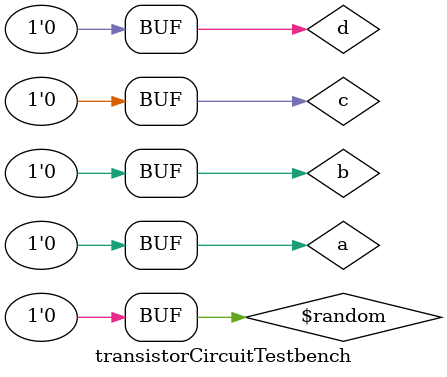
<source format=v>


`timescale 1ns/100ps

module transistorCircuitTestbench;
  
  // Define inputs and outputs:
  
  reg a, b, c, d;
  wire y;
  
  transistorCircuit MUT (a,b,c,d,y);
  
  initial begin
    
    a = 0; b = 0; c = 0; d = 0;
    
  end
  
  initial begin
    
    repeat (5) begin
      
      a <= $random;
      b <= $random;
      c <= $random;
      d <= $random;
      
      #100;
      
    end
  end
  
endmodule
</source>
